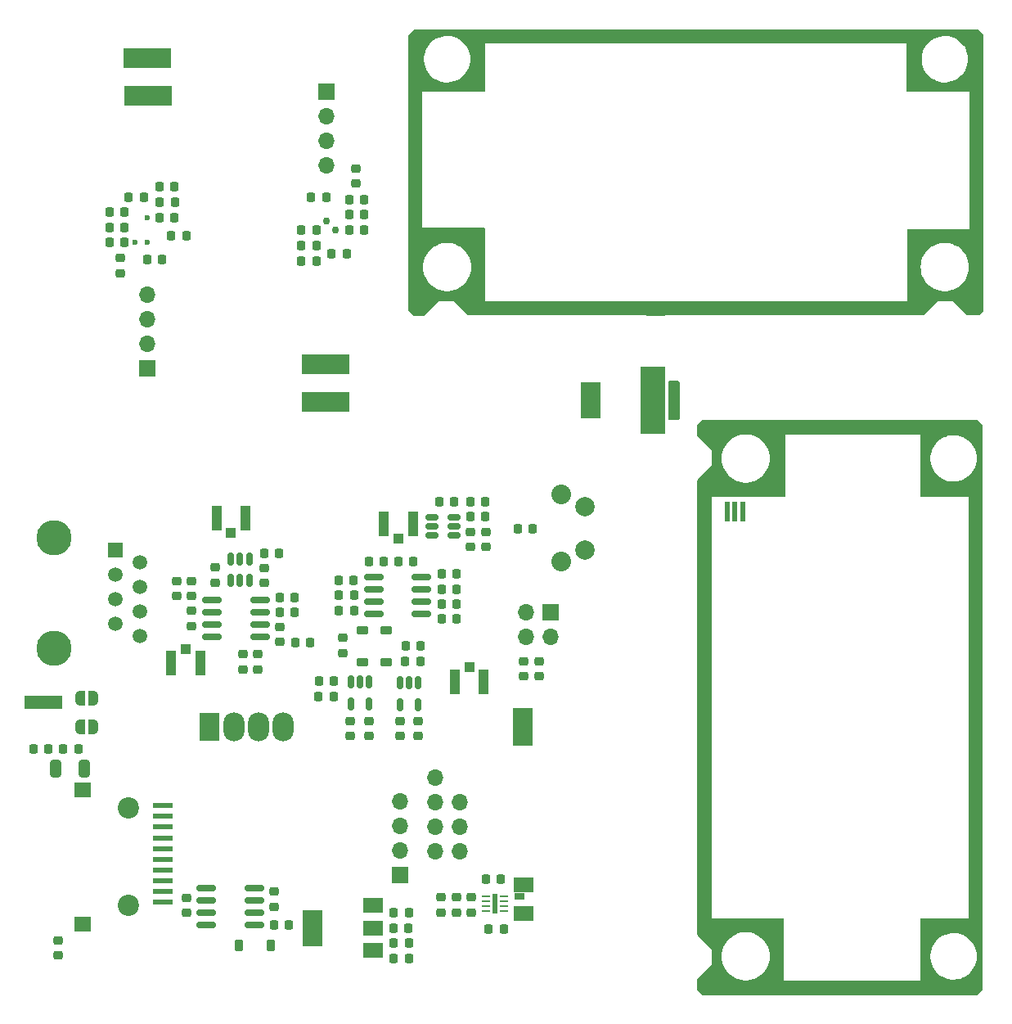
<source format=gbr>
G04 #@! TF.GenerationSoftware,KiCad,Pcbnew,7.0.1-0*
G04 #@! TF.CreationDate,2023-06-29T07:12:14-04:00*
G04 #@! TF.ProjectId,CosmicWatch,436f736d-6963-4576-9174-63682e6b6963,rev?*
G04 #@! TF.SameCoordinates,Original*
G04 #@! TF.FileFunction,Soldermask,Bot*
G04 #@! TF.FilePolarity,Negative*
%FSLAX46Y46*%
G04 Gerber Fmt 4.6, Leading zero omitted, Abs format (unit mm)*
G04 Created by KiCad (PCBNEW 7.0.1-0) date 2023-06-29 07:12:14*
%MOMM*%
%LPD*%
G01*
G04 APERTURE LIST*
G04 Aperture macros list*
%AMRoundRect*
0 Rectangle with rounded corners*
0 $1 Rounding radius*
0 $2 $3 $4 $5 $6 $7 $8 $9 X,Y pos of 4 corners*
0 Add a 4 corners polygon primitive as box body*
4,1,4,$2,$3,$4,$5,$6,$7,$8,$9,$2,$3,0*
0 Add four circle primitives for the rounded corners*
1,1,$1+$1,$2,$3*
1,1,$1+$1,$4,$5*
1,1,$1+$1,$6,$7*
1,1,$1+$1,$8,$9*
0 Add four rect primitives between the rounded corners*
20,1,$1+$1,$2,$3,$4,$5,0*
20,1,$1+$1,$4,$5,$6,$7,0*
20,1,$1+$1,$6,$7,$8,$9,0*
20,1,$1+$1,$8,$9,$2,$3,0*%
%AMFreePoly0*
4,1,19,0.500000,-0.750000,0.000000,-0.750000,0.000000,-0.744911,-0.071157,-0.744911,-0.207708,-0.704816,-0.327430,-0.627875,-0.420627,-0.520320,-0.479746,-0.390866,-0.500000,-0.250000,-0.500000,0.250000,-0.479746,0.390866,-0.420627,0.520320,-0.327430,0.627875,-0.207708,0.704816,-0.071157,0.744911,0.000000,0.744911,0.000000,0.750000,0.500000,0.750000,0.500000,-0.750000,0.500000,-0.750000,
$1*%
%AMFreePoly1*
4,1,19,0.000000,0.744911,0.071157,0.744911,0.207708,0.704816,0.327430,0.627875,0.420627,0.520320,0.479746,0.390866,0.500000,0.250000,0.500000,-0.250000,0.479746,-0.390866,0.420627,-0.520320,0.327430,-0.627875,0.207708,-0.704816,0.071157,-0.744911,0.000000,-0.744911,0.000000,-0.750000,-0.500000,-0.750000,-0.500000,0.750000,0.000000,0.750000,0.000000,0.744911,0.000000,0.744911,
$1*%
G04 Aperture macros list end*
%ADD10R,4.000000X1.400000*%
%ADD11R,2.000000X4.000000*%
%ADD12R,1.700000X1.700000*%
%ADD13O,1.700000X1.700000*%
%ADD14C,2.032000*%
%ADD15C,2.000000*%
%ADD16R,2.000000X3.000000*%
%ADD17O,2.200000X3.000000*%
%ADD18R,5.000000X2.000000*%
%ADD19C,0.750000*%
%ADD20R,2.000000X3.800000*%
%ADD21R,2.500000X7.000000*%
%ADD22C,0.600000*%
%ADD23C,3.650000*%
%ADD24R,1.500000X1.500000*%
%ADD25C,1.500000*%
%ADD26RoundRect,0.225000X0.225000X0.250000X-0.225000X0.250000X-0.225000X-0.250000X0.225000X-0.250000X0*%
%ADD27R,0.500000X2.000000*%
%ADD28RoundRect,0.225000X-0.225000X-0.250000X0.225000X-0.250000X0.225000X0.250000X-0.225000X0.250000X0*%
%ADD29RoundRect,0.225000X0.250000X-0.225000X0.250000X0.225000X-0.250000X0.225000X-0.250000X-0.225000X0*%
%ADD30R,2.000000X0.500000*%
%ADD31R,1.800000X1.500000*%
%ADD32C,2.200000*%
%ADD33RoundRect,0.250000X-0.325000X-0.650000X0.325000X-0.650000X0.325000X0.650000X-0.325000X0.650000X0*%
%ADD34RoundRect,0.150000X0.150000X-0.512500X0.150000X0.512500X-0.150000X0.512500X-0.150000X-0.512500X0*%
%ADD35RoundRect,0.225000X-0.250000X0.225000X-0.250000X-0.225000X0.250000X-0.225000X0.250000X0.225000X0*%
%ADD36RoundRect,0.150000X-0.825000X-0.150000X0.825000X-0.150000X0.825000X0.150000X-0.825000X0.150000X0*%
%ADD37RoundRect,0.150000X-0.150000X0.512500X-0.150000X-0.512500X0.150000X-0.512500X0.150000X0.512500X0*%
%ADD38R,2.000000X1.500000*%
%ADD39R,1.000000X0.800000*%
%ADD40FreePoly0,0.000000*%
%ADD41FreePoly1,0.000000*%
%ADD42RoundRect,0.150000X-0.512500X-0.150000X0.512500X-0.150000X0.512500X0.150000X-0.512500X0.150000X0*%
%ADD43R,1.000000X1.000000*%
%ADD44R,1.000000X2.500000*%
%ADD45RoundRect,0.225000X-0.375000X0.225000X-0.375000X-0.225000X0.375000X-0.225000X0.375000X0.225000X0*%
%ADD46RoundRect,0.150000X0.825000X0.150000X-0.825000X0.150000X-0.825000X-0.150000X0.825000X-0.150000X0*%
%ADD47RoundRect,0.225000X0.375000X-0.225000X0.375000X0.225000X-0.375000X0.225000X-0.375000X-0.225000X0*%
%ADD48RoundRect,0.062500X0.375000X0.062500X-0.375000X0.062500X-0.375000X-0.062500X0.375000X-0.062500X0*%
%ADD49R,0.560000X2.150000*%
%ADD50RoundRect,0.225000X0.225000X0.375000X-0.225000X0.375000X-0.225000X-0.375000X0.225000X-0.375000X0*%
G04 APERTURE END LIST*
D10*
X142600000Y-99560000D03*
D11*
X192230000Y-102110000D03*
D12*
X195105000Y-90235000D03*
D13*
X195105000Y-92775000D03*
X192565000Y-90235000D03*
X192565000Y-92775000D03*
D14*
X196162500Y-85060000D03*
D15*
X198662500Y-83810000D03*
D14*
X196162500Y-78060000D03*
D15*
X198662500Y-79310000D03*
D16*
X159810000Y-102110000D03*
D17*
X162350000Y-102110000D03*
X164890000Y-102110000D03*
X167430000Y-102110000D03*
D12*
X153355023Y-65008630D03*
D13*
X153355023Y-62468630D03*
X153355023Y-59928630D03*
X153355023Y-57388630D03*
D18*
X153405000Y-36835000D03*
D12*
X179505000Y-117480000D03*
D13*
X179505000Y-114940000D03*
X179505000Y-112400000D03*
X179505000Y-109860000D03*
D18*
X153355000Y-32935000D03*
X171830000Y-68535000D03*
X171830000Y-64585000D03*
D12*
X171855023Y-36408630D03*
D13*
X171855023Y-38948630D03*
X171855023Y-41488630D03*
X171855023Y-44028630D03*
D19*
X171855023Y-49758630D03*
X172855023Y-50758630D03*
X170855023Y-50758630D03*
D20*
X199255000Y-68335000D03*
D21*
X205630000Y-68335000D03*
D22*
X152110000Y-52000000D03*
X153370000Y-52000000D03*
X153370000Y-49480000D03*
X154630000Y-49480000D03*
D23*
X143710000Y-82580000D03*
X143710000Y-94010000D03*
D24*
X150060000Y-83850000D03*
D25*
X152600000Y-85120000D03*
X150060000Y-86390000D03*
X152600000Y-87660000D03*
X150060000Y-88930000D03*
X152600000Y-90200000D03*
X150060000Y-91470000D03*
X152600000Y-92740000D03*
D26*
X143140000Y-104390000D03*
X141590000Y-104390000D03*
D27*
X213370000Y-79870000D03*
X214170000Y-79870000D03*
X214970000Y-79870000D03*
D28*
X191680000Y-81610000D03*
X193230000Y-81610000D03*
D29*
X167070000Y-93350000D03*
X167070000Y-91800000D03*
X144080000Y-125735000D03*
X144080000Y-124185000D03*
D28*
X168630000Y-93410000D03*
X170180000Y-93410000D03*
D30*
X154920000Y-112486700D03*
X154920000Y-113597800D03*
X154920000Y-114708900D03*
X154920000Y-115820000D03*
X154920000Y-116931100D03*
X154920000Y-118042200D03*
D31*
X146695000Y-108639500D03*
X146645000Y-122539500D03*
D30*
X154920000Y-119153300D03*
X154920000Y-120264400D03*
X154920000Y-110264500D03*
X154920000Y-111375600D03*
D32*
X151420000Y-120614500D03*
X151420000Y-110464500D03*
D33*
X143870000Y-106420000D03*
X146820000Y-106420000D03*
D13*
X183140000Y-107330000D03*
X185680000Y-109870000D03*
X183140000Y-109870000D03*
X185680000Y-112410000D03*
X183140000Y-112410000D03*
X185680000Y-114950000D03*
X183140000Y-114950000D03*
D28*
X173165000Y-86930000D03*
X174715000Y-86930000D03*
D34*
X163900000Y-87000000D03*
X162950000Y-87000000D03*
X162000000Y-87000000D03*
X162000000Y-84725000D03*
X162950000Y-84725000D03*
X163900000Y-84725000D03*
D28*
X165455000Y-84160000D03*
X167005000Y-84160000D03*
D35*
X160410000Y-85650000D03*
X160410000Y-87200000D03*
D26*
X174725000Y-90070000D03*
X173175000Y-90070000D03*
X174725000Y-88490000D03*
X173175000Y-88490000D03*
D29*
X164780000Y-96160000D03*
X164780000Y-94610000D03*
D36*
X176795000Y-90405000D03*
X176795000Y-89135000D03*
X176795000Y-87865000D03*
X176795000Y-86595000D03*
X181745000Y-86595000D03*
X181745000Y-87865000D03*
X181745000Y-89135000D03*
X181745000Y-90405000D03*
D28*
X167050000Y-88730000D03*
X168600000Y-88730000D03*
X167045000Y-90270000D03*
X168595000Y-90270000D03*
D29*
X165480000Y-87215000D03*
X165480000Y-85665000D03*
X157955000Y-88610000D03*
X157955000Y-87060000D03*
D28*
X171105000Y-97360000D03*
X172655000Y-97360000D03*
D29*
X174380000Y-103070000D03*
X174380000Y-101520000D03*
D37*
X174400000Y-97502500D03*
X175350000Y-97502500D03*
X176300000Y-97502500D03*
X176300000Y-99777500D03*
X174400000Y-99777500D03*
D28*
X154630023Y-49458630D03*
X156180023Y-49458630D03*
X154655023Y-47858630D03*
X156205023Y-47858630D03*
X154630023Y-46258630D03*
X156180023Y-46258630D03*
D26*
X189960000Y-117840000D03*
X188410000Y-117840000D03*
D28*
X178850000Y-121310000D03*
X180400000Y-121310000D03*
D35*
X183750000Y-119770000D03*
X183750000Y-121320000D03*
D29*
X186870000Y-119755000D03*
X186870000Y-121305000D03*
D26*
X157380023Y-51358630D03*
X155830023Y-51358630D03*
D38*
X192280000Y-121390000D03*
D39*
X191830000Y-119690000D03*
D38*
X192280000Y-118440000D03*
D29*
X156405000Y-88610000D03*
X156405000Y-87060000D03*
D40*
X146430000Y-102110000D03*
D41*
X147730000Y-102110000D03*
D28*
X153355023Y-53808630D03*
X154905023Y-53808630D03*
D26*
X150980023Y-52008630D03*
X149430023Y-52008630D03*
X150980023Y-48908630D03*
X149430023Y-48908630D03*
X150980023Y-50458630D03*
X149430023Y-50458630D03*
D28*
X174230023Y-50758630D03*
X175780023Y-50758630D03*
X174230023Y-49158630D03*
X175780023Y-49158630D03*
X174230023Y-47558630D03*
X175780023Y-47558630D03*
D26*
X170855023Y-50758630D03*
X169305023Y-50758630D03*
X170855023Y-52358630D03*
X169305023Y-52358630D03*
X170855023Y-53958630D03*
X169305023Y-53958630D03*
X171855023Y-47358630D03*
X170305023Y-47358630D03*
D29*
X188380000Y-83485000D03*
X188380000Y-81935000D03*
X186805000Y-83485000D03*
X186805000Y-81935000D03*
D26*
X188330000Y-78810000D03*
X186780000Y-78810000D03*
D28*
X186780000Y-80360000D03*
X188330000Y-80360000D03*
D42*
X182817500Y-82310000D03*
X182817500Y-81360000D03*
X182817500Y-80410000D03*
X185092500Y-80410000D03*
X185092500Y-81360000D03*
X185092500Y-82310000D03*
D35*
X157955000Y-90135000D03*
X157955000Y-91685000D03*
D26*
X152980023Y-47358630D03*
X151430023Y-47358630D03*
D43*
X162005000Y-82060000D03*
D44*
X160505000Y-80560000D03*
X163505000Y-80560000D03*
D26*
X185355000Y-86310000D03*
X183805000Y-86310000D03*
D43*
X186680000Y-95960000D03*
D44*
X188180000Y-97460000D03*
X185180000Y-97460000D03*
D45*
X175655000Y-92110000D03*
X175655000Y-95410000D03*
D37*
X179480000Y-97547500D03*
X180430000Y-97547500D03*
X181380000Y-97547500D03*
X181380000Y-99822500D03*
X179480000Y-99822500D03*
D26*
X181630000Y-93760000D03*
X180080000Y-93760000D03*
D28*
X144645000Y-104390000D03*
X146195000Y-104390000D03*
D35*
X185310000Y-119760000D03*
X185310000Y-121310000D03*
D38*
X176755000Y-120610000D03*
X176755000Y-122910000D03*
D20*
X170455000Y-122910000D03*
D38*
X176755000Y-125210000D03*
D46*
X165025000Y-89035000D03*
X165025000Y-90305000D03*
X165025000Y-91575000D03*
X165025000Y-92845000D03*
X160075000Y-92845000D03*
X160075000Y-91575000D03*
X160075000Y-90305000D03*
X160075000Y-89035000D03*
D40*
X146420000Y-99160000D03*
D41*
X147720000Y-99160000D03*
D35*
X174955023Y-44383630D03*
X174955023Y-45933630D03*
D28*
X183810000Y-89450000D03*
X185360000Y-89450000D03*
D29*
X192280000Y-96910000D03*
X192280000Y-95360000D03*
D35*
X173580000Y-92935000D03*
X173580000Y-94485000D03*
X193880000Y-95360000D03*
X193880000Y-96910000D03*
D29*
X163230000Y-96160000D03*
X163230000Y-94610000D03*
D47*
X178080000Y-95410000D03*
X178080000Y-92110000D03*
D35*
X157380000Y-119785000D03*
X157380000Y-121335000D03*
D28*
X180055000Y-95360000D03*
X181605000Y-95360000D03*
D26*
X185380000Y-87860000D03*
X183830000Y-87860000D03*
X172630000Y-98960000D03*
X171080000Y-98960000D03*
X180405000Y-124510000D03*
X178855000Y-124510000D03*
D36*
X159465000Y-122605000D03*
X159465000Y-121335000D03*
X159465000Y-120065000D03*
X159465000Y-118795000D03*
X164415000Y-118795000D03*
X164415000Y-120065000D03*
X164415000Y-121335000D03*
X164415000Y-122605000D03*
D43*
X179355000Y-82610000D03*
D44*
X177855000Y-81110000D03*
X180855000Y-81110000D03*
D28*
X172430023Y-53208630D03*
X173980023Y-53208630D03*
D26*
X180870000Y-84990000D03*
X179320000Y-84990000D03*
D28*
X183810000Y-90980000D03*
X185360000Y-90980000D03*
X176265000Y-84980000D03*
X177815000Y-84980000D03*
D48*
X190260000Y-119680000D03*
X190260000Y-120180000D03*
X190260000Y-120680000D03*
X190260000Y-121180000D03*
X188385000Y-121180000D03*
X188385000Y-120680000D03*
X188385000Y-120180000D03*
X188385000Y-119680000D03*
D49*
X189322500Y-120430000D03*
D50*
X166105000Y-124710000D03*
X162805000Y-124710000D03*
D26*
X180405000Y-126060000D03*
X178855000Y-126060000D03*
D28*
X178830000Y-122910000D03*
X180380000Y-122910000D03*
D29*
X150555023Y-55183630D03*
X150555023Y-53633630D03*
D26*
X185080000Y-78860000D03*
X183530000Y-78860000D03*
D29*
X179480000Y-103085000D03*
X179480000Y-101535000D03*
D26*
X190240000Y-123060000D03*
X188690000Y-123060000D03*
D29*
X166510000Y-120715000D03*
X166510000Y-119165000D03*
D43*
X157330000Y-94060000D03*
D44*
X158830000Y-95560000D03*
X155830000Y-95560000D03*
D29*
X176300000Y-103065000D03*
X176300000Y-101515000D03*
X181405000Y-103085000D03*
X181405000Y-101535000D03*
D28*
X166430000Y-122610000D03*
X167980000Y-122610000D03*
G36*
X239817000Y-50372881D02*
G01*
X239863119Y-50419000D01*
X239880000Y-50482000D01*
X239880000Y-59007810D01*
X239870409Y-59056028D01*
X239843095Y-59096905D01*
X239416905Y-59523095D01*
X239376028Y-59550409D01*
X239327810Y-59560000D01*
X238232190Y-59560000D01*
X238183972Y-59550409D01*
X238143095Y-59523095D01*
X236680001Y-58060000D01*
X235179998Y-58060000D01*
X233716905Y-59523095D01*
X233676028Y-59550409D01*
X233627810Y-59560000D01*
X231852000Y-59560000D01*
X231789000Y-59543119D01*
X231742881Y-59497000D01*
X231726000Y-59434000D01*
X231726000Y-58236000D01*
X231742881Y-58173000D01*
X231789000Y-58126881D01*
X231852000Y-58110000D01*
X231980000Y-58110000D01*
X231980000Y-54560000D01*
X233379999Y-54560000D01*
X233399712Y-54873331D01*
X233458541Y-55181722D01*
X233555560Y-55480313D01*
X233689233Y-55764384D01*
X233857455Y-56029460D01*
X234057577Y-56271367D01*
X234286440Y-56486283D01*
X234540430Y-56670818D01*
X234815555Y-56822069D01*
X235107460Y-56937642D01*
X235411546Y-57015718D01*
X235723021Y-57055067D01*
X236036979Y-57055067D01*
X236348453Y-57015718D01*
X236652539Y-56937642D01*
X236944444Y-56822069D01*
X237219569Y-56670818D01*
X237473559Y-56486283D01*
X237702422Y-56271367D01*
X237902544Y-56029460D01*
X238070766Y-55764384D01*
X238204439Y-55480313D01*
X238301458Y-55181722D01*
X238360287Y-54873331D01*
X238380000Y-54560000D01*
X238360287Y-54246668D01*
X238301458Y-53938277D01*
X238204439Y-53639686D01*
X238070766Y-53355615D01*
X237902544Y-53090539D01*
X237702422Y-52848632D01*
X237473559Y-52633716D01*
X237219569Y-52449181D01*
X236944444Y-52297930D01*
X236652539Y-52182357D01*
X236348453Y-52104281D01*
X236036979Y-52064933D01*
X235723021Y-52064933D01*
X235411546Y-52104281D01*
X235107460Y-52182357D01*
X234815555Y-52297930D01*
X234540430Y-52449181D01*
X234286440Y-52633716D01*
X234057577Y-52848632D01*
X233857455Y-53090539D01*
X233689233Y-53355615D01*
X233555560Y-53639686D01*
X233458541Y-53938277D01*
X233399712Y-54246668D01*
X233379999Y-54560000D01*
X231980000Y-54560000D01*
X231980000Y-50736000D01*
X231996881Y-50673000D01*
X232043000Y-50626881D01*
X232106000Y-50610000D01*
X238430000Y-50610000D01*
X238430000Y-50482000D01*
X238446881Y-50419000D01*
X238493000Y-50372881D01*
X238556000Y-50356000D01*
X239754000Y-50356000D01*
X239817000Y-50372881D01*
G37*
G36*
X211921000Y-70376881D02*
G01*
X211967119Y-70423000D01*
X211984000Y-70486000D01*
X211984000Y-73459809D01*
X211970267Y-73517012D01*
X211932061Y-73561745D01*
X211877711Y-73584258D01*
X211819064Y-73579642D01*
X211768905Y-73548904D01*
X210316905Y-72096905D01*
X210289591Y-72056028D01*
X210280000Y-72007810D01*
X210280000Y-70912190D01*
X210289591Y-70863972D01*
X210316905Y-70823095D01*
X210743095Y-70396905D01*
X210783972Y-70369591D01*
X210832190Y-70360000D01*
X211858000Y-70360000D01*
X211921000Y-70376881D01*
G37*
G36*
X211932061Y-75058255D02*
G01*
X211970267Y-75102988D01*
X211984000Y-75160191D01*
X211984000Y-78234000D01*
X211967119Y-78297000D01*
X211921000Y-78343119D01*
X211858000Y-78360000D01*
X211730000Y-78360000D01*
X211730000Y-121910000D01*
X211858000Y-121910000D01*
X211921000Y-121926881D01*
X211967119Y-121973000D01*
X211984000Y-122036000D01*
X211984000Y-125059809D01*
X211970267Y-125117012D01*
X211932061Y-125161745D01*
X211877711Y-125184258D01*
X211819064Y-125179642D01*
X211768905Y-125148904D01*
X210316905Y-123696905D01*
X210289591Y-123656028D01*
X210280000Y-123607810D01*
X210280000Y-123309999D01*
X210266905Y-123296904D01*
X210239591Y-123256027D01*
X210230000Y-123207809D01*
X210230000Y-119412169D01*
X210239612Y-119363901D01*
X210266980Y-119322998D01*
X210280000Y-119310000D01*
X210280000Y-83559999D01*
X210266905Y-83546904D01*
X210239591Y-83506027D01*
X210230000Y-83457809D01*
X210230000Y-80212191D01*
X210239591Y-80163973D01*
X210266905Y-80123096D01*
X210280000Y-80110001D01*
X210280000Y-76612190D01*
X210289591Y-76563972D01*
X210316905Y-76523095D01*
X211768905Y-75071096D01*
X211819064Y-75040358D01*
X211877711Y-75035742D01*
X211932061Y-75058255D01*
G37*
G36*
X211932061Y-126658255D02*
G01*
X211970267Y-126702988D01*
X211984000Y-126760191D01*
X211984000Y-129734000D01*
X211967119Y-129797000D01*
X211921000Y-129843119D01*
X211858000Y-129860000D01*
X210832190Y-129860000D01*
X210783972Y-129850409D01*
X210743095Y-129823095D01*
X210316905Y-129396905D01*
X210289591Y-129356028D01*
X210280000Y-129307810D01*
X210280000Y-128212190D01*
X210289591Y-128163972D01*
X210316905Y-128123095D01*
X211768905Y-126671096D01*
X211819064Y-126640358D01*
X211877711Y-126635742D01*
X211932061Y-126658255D01*
G37*
G36*
X239817000Y-57872881D02*
G01*
X239863119Y-57919000D01*
X239880000Y-57982000D01*
X239880000Y-59007810D01*
X239870409Y-59056028D01*
X239843095Y-59096905D01*
X239416905Y-59523095D01*
X239376028Y-59550409D01*
X239327810Y-59560000D01*
X238232190Y-59560000D01*
X238183972Y-59550409D01*
X238143095Y-59523095D01*
X236691096Y-58071095D01*
X236660358Y-58020936D01*
X236655742Y-57962289D01*
X236678255Y-57907939D01*
X236722988Y-57869733D01*
X236780191Y-57856000D01*
X239754000Y-57856000D01*
X239817000Y-57872881D01*
G37*
G36*
X183537012Y-57869733D02*
G01*
X183581745Y-57907939D01*
X183604258Y-57962289D01*
X183599642Y-58020936D01*
X183568904Y-58071095D01*
X182066904Y-59573095D01*
X182026027Y-59600409D01*
X181977809Y-59610000D01*
X180982191Y-59610000D01*
X180933973Y-59600409D01*
X180893096Y-59573096D01*
X180416905Y-59096906D01*
X180389591Y-59056028D01*
X180380000Y-59007810D01*
X180380000Y-57982000D01*
X180396881Y-57919000D01*
X180443000Y-57872881D01*
X180506000Y-57856000D01*
X183479809Y-57856000D01*
X183537012Y-57869733D01*
G37*
G36*
X188267000Y-57872881D02*
G01*
X188313119Y-57919000D01*
X188330000Y-57982000D01*
X188330000Y-58110000D01*
X231980000Y-58110000D01*
X231980000Y-57982000D01*
X231996881Y-57919000D01*
X232043000Y-57872881D01*
X232106000Y-57856000D01*
X235079809Y-57856000D01*
X235137012Y-57869733D01*
X235181745Y-57907939D01*
X235204258Y-57962289D01*
X235199642Y-58020936D01*
X235168904Y-58071095D01*
X233716905Y-59523095D01*
X233676028Y-59550409D01*
X233627810Y-59560000D01*
X206954999Y-59560000D01*
X206941904Y-59573095D01*
X206901027Y-59600409D01*
X206852809Y-59610000D01*
X205057191Y-59610000D01*
X205008973Y-59600409D01*
X204968096Y-59573095D01*
X204955001Y-59560000D01*
X186632190Y-59560000D01*
X186583972Y-59550409D01*
X186543095Y-59523095D01*
X185091096Y-58071095D01*
X185060358Y-58020936D01*
X185055742Y-57962289D01*
X185078255Y-57907939D01*
X185122988Y-57869733D01*
X185180191Y-57856000D01*
X188204000Y-57856000D01*
X188267000Y-57872881D01*
G37*
G36*
X239276028Y-29969591D02*
G01*
X239316905Y-29996905D01*
X239843095Y-30523095D01*
X239870409Y-30563972D01*
X239880000Y-30612190D01*
X239880000Y-31538000D01*
X239863119Y-31601000D01*
X239817000Y-31647119D01*
X239754000Y-31664000D01*
X237895199Y-31664000D01*
X237842356Y-31652384D01*
X237799257Y-31619677D01*
X237604037Y-31390362D01*
X237376375Y-31183602D01*
X237124146Y-31007659D01*
X236851476Y-30865408D01*
X236562865Y-30759196D01*
X236263042Y-30690764D01*
X235956920Y-30661232D01*
X235649548Y-30671089D01*
X235345949Y-30720173D01*
X235051124Y-30807676D01*
X234769909Y-30932162D01*
X234506920Y-31091587D01*
X234266476Y-31283335D01*
X234052529Y-31504252D01*
X233971099Y-31613362D01*
X233926603Y-31650631D01*
X233870121Y-31664000D01*
X232056000Y-31664000D01*
X231993000Y-31647119D01*
X231946881Y-31601000D01*
X231930000Y-31538000D01*
X231930000Y-31410000D01*
X188330000Y-31410000D01*
X188330000Y-31538000D01*
X188313119Y-31601000D01*
X188267000Y-31647119D01*
X188204000Y-31664000D01*
X186395199Y-31664000D01*
X186342356Y-31652384D01*
X186299257Y-31619677D01*
X186104037Y-31390362D01*
X185876375Y-31183602D01*
X185624146Y-31007659D01*
X185351476Y-30865408D01*
X185062865Y-30759196D01*
X184763042Y-30690764D01*
X184456920Y-30661232D01*
X184149548Y-30671089D01*
X183845949Y-30720173D01*
X183551124Y-30807676D01*
X183269909Y-30932162D01*
X183006920Y-31091587D01*
X182766476Y-31283335D01*
X182552529Y-31504252D01*
X182471099Y-31613362D01*
X182426603Y-31650631D01*
X182370121Y-31664000D01*
X180506000Y-31664000D01*
X180443000Y-31647119D01*
X180396881Y-31601000D01*
X180380000Y-31538000D01*
X180380000Y-30612190D01*
X180389591Y-30563972D01*
X180416905Y-30523095D01*
X180943095Y-29996905D01*
X180983972Y-29969591D01*
X181032190Y-29960000D01*
X239227810Y-29960000D01*
X239276028Y-29969591D01*
G37*
G36*
X239276028Y-29969591D02*
G01*
X239316905Y-29996905D01*
X239843095Y-30523095D01*
X239870409Y-30563972D01*
X239880000Y-30612190D01*
X239880000Y-59007810D01*
X239870409Y-59056028D01*
X239843095Y-59096905D01*
X239416905Y-59523095D01*
X239376028Y-59550409D01*
X239327810Y-59560000D01*
X238302000Y-59560000D01*
X238239000Y-59543119D01*
X238192881Y-59497000D01*
X238176000Y-59434000D01*
X238176000Y-55568915D01*
X238187992Y-55515267D01*
X238204439Y-55480314D01*
X238301458Y-55181722D01*
X238360287Y-54873331D01*
X238380000Y-54560000D01*
X238360287Y-54246668D01*
X238301458Y-53938277D01*
X238204439Y-53639685D01*
X238187992Y-53604733D01*
X238176000Y-53551085D01*
X238176000Y-50736000D01*
X238192881Y-50673000D01*
X238239000Y-50626881D01*
X238302000Y-50610000D01*
X238430000Y-50610000D01*
X238430000Y-36410000D01*
X238302000Y-36410000D01*
X238239000Y-36393119D01*
X238192881Y-36347000D01*
X238176000Y-36284000D01*
X238176000Y-33765968D01*
X238182419Y-33726265D01*
X238201508Y-33668769D01*
X238260296Y-33366908D01*
X238279999Y-33059999D01*
X238260296Y-32753091D01*
X238201508Y-32451230D01*
X238182419Y-32393735D01*
X238176000Y-32354032D01*
X238176000Y-30086000D01*
X238192881Y-30023000D01*
X238239000Y-29976881D01*
X238302000Y-29960000D01*
X239227810Y-29960000D01*
X239276028Y-29969591D01*
G37*
G36*
X188521000Y-29976881D02*
G01*
X188567119Y-30023000D01*
X188584000Y-30086000D01*
X188584000Y-31284000D01*
X188567119Y-31347000D01*
X188521000Y-31393119D01*
X188458000Y-31410000D01*
X188330000Y-31410000D01*
X188330000Y-36334000D01*
X188313119Y-36397000D01*
X188267000Y-36443119D01*
X188204000Y-36460000D01*
X181830000Y-36460000D01*
X181830000Y-36588000D01*
X181813119Y-36651000D01*
X181767000Y-36697119D01*
X181704000Y-36714000D01*
X180506000Y-36714000D01*
X180443000Y-36697119D01*
X180396881Y-36651000D01*
X180380000Y-36588000D01*
X180380000Y-33213764D01*
X181984931Y-33213764D01*
X182024259Y-33518785D01*
X182102265Y-33816255D01*
X182217676Y-34101323D01*
X182368590Y-34369285D01*
X182552529Y-34615747D01*
X182766476Y-34836664D01*
X183006920Y-35028412D01*
X183269909Y-35187837D01*
X183551124Y-35312323D01*
X183845949Y-35399826D01*
X184149548Y-35448910D01*
X184456920Y-35458767D01*
X184763042Y-35429235D01*
X185062865Y-35360803D01*
X185351476Y-35254591D01*
X185624146Y-35112340D01*
X185876375Y-34936397D01*
X186104037Y-34729637D01*
X186303394Y-34495462D01*
X186471164Y-34237722D01*
X186604599Y-33960643D01*
X186701509Y-33668766D01*
X186760296Y-33366908D01*
X186779999Y-33059999D01*
X186760296Y-32753091D01*
X186701509Y-32451233D01*
X186604599Y-32159356D01*
X186471164Y-31882277D01*
X186303394Y-31624537D01*
X186104037Y-31390362D01*
X185876375Y-31183602D01*
X185624146Y-31007659D01*
X185351476Y-30865408D01*
X185062865Y-30759196D01*
X184763042Y-30690764D01*
X184456920Y-30661232D01*
X184149548Y-30671089D01*
X183845949Y-30720173D01*
X183551124Y-30807676D01*
X183269909Y-30932162D01*
X183006920Y-31091587D01*
X182766476Y-31283335D01*
X182552529Y-31504252D01*
X182368590Y-31750714D01*
X182217676Y-32018676D01*
X182102265Y-32303744D01*
X182024259Y-32601214D01*
X181984931Y-32906236D01*
X181984931Y-33213764D01*
X180380000Y-33213764D01*
X180380000Y-30612190D01*
X180389591Y-30563972D01*
X180416905Y-30523095D01*
X180943095Y-29996905D01*
X180983972Y-29969591D01*
X181032190Y-29960000D01*
X188458000Y-29960000D01*
X188521000Y-29976881D01*
G37*
G36*
X182021000Y-29976881D02*
G01*
X182067119Y-30023000D01*
X182084000Y-30086000D01*
X182084000Y-32357151D01*
X182079879Y-32389111D01*
X182024259Y-32601212D01*
X181984931Y-32906236D01*
X181984931Y-33213764D01*
X182024259Y-33518787D01*
X182079879Y-33730889D01*
X182084000Y-33762849D01*
X182084000Y-36334000D01*
X182067119Y-36397000D01*
X182021000Y-36443119D01*
X181958000Y-36460000D01*
X181830000Y-36460000D01*
X181830000Y-50460000D01*
X181958000Y-50460000D01*
X182021000Y-50476881D01*
X182067119Y-50523000D01*
X182084000Y-50586000D01*
X182084000Y-53551085D01*
X182072008Y-53604733D01*
X182055560Y-53639685D01*
X181958541Y-53938277D01*
X181899712Y-54246668D01*
X181879999Y-54560000D01*
X181899712Y-54873331D01*
X181958541Y-55181722D01*
X182055560Y-55480314D01*
X182072008Y-55515267D01*
X182084000Y-55568915D01*
X182084000Y-59484000D01*
X182067119Y-59547000D01*
X182021000Y-59593119D01*
X181958000Y-59610000D01*
X180982191Y-59610000D01*
X180933973Y-59600409D01*
X180893096Y-59573096D01*
X180416905Y-59096906D01*
X180389591Y-59056028D01*
X180380000Y-59007810D01*
X180380000Y-30612190D01*
X180389591Y-30563972D01*
X180416905Y-30523095D01*
X180943095Y-29996905D01*
X180983972Y-29969591D01*
X181032190Y-29960000D01*
X181958000Y-29960000D01*
X182021000Y-29976881D01*
G37*
G36*
X239276028Y-70369591D02*
G01*
X239316905Y-70396905D01*
X239793095Y-70873095D01*
X239820409Y-70913972D01*
X239830000Y-70962190D01*
X239830000Y-129257810D01*
X239820409Y-129306028D01*
X239793095Y-129346905D01*
X239316905Y-129823095D01*
X239276028Y-129850409D01*
X239227810Y-129860000D01*
X238202000Y-129860000D01*
X238139000Y-129843119D01*
X238092881Y-129797000D01*
X238076000Y-129734000D01*
X238076000Y-127941903D01*
X238090289Y-127883623D01*
X238129914Y-127838561D01*
X238276375Y-127736397D01*
X238504037Y-127529637D01*
X238703394Y-127295462D01*
X238871164Y-127037722D01*
X239004599Y-126760643D01*
X239101509Y-126468766D01*
X239160296Y-126166908D01*
X239179999Y-125860000D01*
X239160296Y-125553091D01*
X239101509Y-125251233D01*
X239004599Y-124959356D01*
X238871164Y-124682277D01*
X238703394Y-124424537D01*
X238504037Y-124190362D01*
X238276375Y-123983602D01*
X238129914Y-123881439D01*
X238090289Y-123836377D01*
X238076000Y-123778097D01*
X238076000Y-122036000D01*
X238092881Y-121973000D01*
X238139000Y-121926881D01*
X238202000Y-121910000D01*
X238330000Y-121910000D01*
X238330000Y-78360000D01*
X238202000Y-78360000D01*
X238139000Y-78343119D01*
X238092881Y-78297000D01*
X238076000Y-78234000D01*
X238076000Y-76441903D01*
X238090289Y-76383623D01*
X238129914Y-76338561D01*
X238276375Y-76236397D01*
X238504037Y-76029637D01*
X238703394Y-75795462D01*
X238871164Y-75537722D01*
X239004599Y-75260643D01*
X239101509Y-74968766D01*
X239160296Y-74666908D01*
X239179999Y-74360000D01*
X239160296Y-74053091D01*
X239101509Y-73751233D01*
X239004599Y-73459356D01*
X238871164Y-73182277D01*
X238703394Y-72924537D01*
X238504037Y-72690362D01*
X238276375Y-72483602D01*
X238129914Y-72381439D01*
X238090289Y-72336377D01*
X238076000Y-72278097D01*
X238076000Y-70486000D01*
X238092881Y-70423000D01*
X238139000Y-70376881D01*
X238202000Y-70360000D01*
X239227810Y-70360000D01*
X239276028Y-70369591D01*
G37*
G36*
X181767000Y-50222881D02*
G01*
X181813119Y-50269000D01*
X181830000Y-50332000D01*
X181830000Y-50460000D01*
X188204000Y-50460000D01*
X188267000Y-50476881D01*
X188313119Y-50523000D01*
X188330000Y-50586000D01*
X188330000Y-58110000D01*
X188458000Y-58110000D01*
X188521000Y-58126881D01*
X188567119Y-58173000D01*
X188584000Y-58236000D01*
X188584000Y-59434000D01*
X188567119Y-59497000D01*
X188521000Y-59543119D01*
X188458000Y-59560000D01*
X186632190Y-59560000D01*
X186583972Y-59550409D01*
X186543095Y-59523095D01*
X185080001Y-58060000D01*
X183579998Y-58060000D01*
X182066904Y-59573095D01*
X182026027Y-59600409D01*
X181977809Y-59610000D01*
X180982191Y-59610000D01*
X180933973Y-59600409D01*
X180893096Y-59573096D01*
X180416905Y-59096906D01*
X180389591Y-59056028D01*
X180380000Y-59007810D01*
X180380000Y-54560000D01*
X181879999Y-54560000D01*
X181899712Y-54873331D01*
X181958541Y-55181722D01*
X182055560Y-55480313D01*
X182189233Y-55764384D01*
X182357455Y-56029460D01*
X182557577Y-56271367D01*
X182786440Y-56486283D01*
X183040430Y-56670818D01*
X183315555Y-56822069D01*
X183607460Y-56937642D01*
X183911546Y-57015718D01*
X184223021Y-57055067D01*
X184536979Y-57055067D01*
X184848453Y-57015718D01*
X185152539Y-56937642D01*
X185444444Y-56822069D01*
X185719569Y-56670818D01*
X185973559Y-56486283D01*
X186202422Y-56271367D01*
X186402544Y-56029460D01*
X186570766Y-55764384D01*
X186704439Y-55480313D01*
X186801458Y-55181722D01*
X186860287Y-54873331D01*
X186880000Y-54560000D01*
X186860287Y-54246668D01*
X186801458Y-53938277D01*
X186704439Y-53639686D01*
X186570766Y-53355615D01*
X186402544Y-53090539D01*
X186202422Y-52848632D01*
X185973559Y-52633716D01*
X185719569Y-52449181D01*
X185444444Y-52297930D01*
X185152539Y-52182357D01*
X184848453Y-52104281D01*
X184536979Y-52064933D01*
X184223021Y-52064933D01*
X183911546Y-52104281D01*
X183607460Y-52182357D01*
X183315555Y-52297930D01*
X183040430Y-52449181D01*
X182786440Y-52633716D01*
X182557577Y-52848632D01*
X182357455Y-53090539D01*
X182189233Y-53355615D01*
X182055560Y-53639686D01*
X181958541Y-53938277D01*
X181899712Y-54246668D01*
X181879999Y-54560000D01*
X180380000Y-54560000D01*
X180380000Y-50332000D01*
X180396881Y-50269000D01*
X180443000Y-50222881D01*
X180506000Y-50206000D01*
X181704000Y-50206000D01*
X181767000Y-50222881D01*
G37*
G36*
X208367000Y-66351881D02*
G01*
X208413119Y-66398000D01*
X208430000Y-66461000D01*
X208430000Y-70209000D01*
X208413119Y-70272000D01*
X208367000Y-70318119D01*
X208304000Y-70335000D01*
X207381000Y-70335000D01*
X207318000Y-70318119D01*
X207271881Y-70272000D01*
X207255000Y-70209000D01*
X207255000Y-66461000D01*
X207271881Y-66398000D01*
X207318000Y-66351881D01*
X207381000Y-66335000D01*
X208304000Y-66335000D01*
X208367000Y-66351881D01*
G37*
G36*
X239276028Y-70369591D02*
G01*
X239316905Y-70396905D01*
X239793095Y-70873095D01*
X239820409Y-70913972D01*
X239830000Y-70962190D01*
X239830000Y-78488000D01*
X239813119Y-78551000D01*
X239767000Y-78597119D01*
X239704000Y-78614000D01*
X238456000Y-78614000D01*
X238393000Y-78597119D01*
X238346881Y-78551000D01*
X238330000Y-78488000D01*
X238330000Y-78360000D01*
X233456000Y-78360000D01*
X233393000Y-78343119D01*
X233346881Y-78297000D01*
X233330000Y-78234000D01*
X233330000Y-74513764D01*
X234384931Y-74513764D01*
X234424259Y-74818785D01*
X234502265Y-75116255D01*
X234617676Y-75401323D01*
X234768590Y-75669285D01*
X234952529Y-75915747D01*
X235166476Y-76136664D01*
X235406920Y-76328412D01*
X235669909Y-76487837D01*
X235951124Y-76612323D01*
X236245949Y-76699826D01*
X236549548Y-76748910D01*
X236856920Y-76758767D01*
X237163042Y-76729235D01*
X237462865Y-76660803D01*
X237751476Y-76554591D01*
X238024146Y-76412340D01*
X238276375Y-76236397D01*
X238504037Y-76029637D01*
X238703394Y-75795462D01*
X238871164Y-75537722D01*
X239004599Y-75260643D01*
X239101509Y-74968766D01*
X239160296Y-74666908D01*
X239179999Y-74360000D01*
X239160296Y-74053091D01*
X239101509Y-73751233D01*
X239004599Y-73459356D01*
X238871164Y-73182277D01*
X238703394Y-72924537D01*
X238504037Y-72690362D01*
X238276375Y-72483602D01*
X238024146Y-72307659D01*
X237751476Y-72165408D01*
X237462865Y-72059196D01*
X237163042Y-71990764D01*
X236856920Y-71961232D01*
X236549548Y-71971089D01*
X236245949Y-72020173D01*
X235951124Y-72107676D01*
X235669909Y-72232162D01*
X235406920Y-72391587D01*
X235166476Y-72583335D01*
X234952529Y-72804252D01*
X234768590Y-73050714D01*
X234617676Y-73318676D01*
X234502265Y-73603744D01*
X234424259Y-73901214D01*
X234384931Y-74206236D01*
X234384931Y-74513764D01*
X233330000Y-74513764D01*
X233330000Y-71860000D01*
X233202000Y-71860000D01*
X233139000Y-71843119D01*
X233092881Y-71797000D01*
X233076000Y-71734000D01*
X233076000Y-70486000D01*
X233092881Y-70423000D01*
X233139000Y-70376881D01*
X233202000Y-70360000D01*
X239227810Y-70360000D01*
X239276028Y-70369591D01*
G37*
G36*
X211667000Y-121672881D02*
G01*
X211713119Y-121719000D01*
X211730000Y-121782000D01*
X211730000Y-121910000D01*
X219104000Y-121910000D01*
X219167000Y-121926881D01*
X219213119Y-121973000D01*
X219230000Y-122036000D01*
X219230000Y-128360000D01*
X219358000Y-128360000D01*
X219421000Y-128376881D01*
X219467119Y-128423000D01*
X219484000Y-128486000D01*
X219484000Y-129734000D01*
X219467119Y-129797000D01*
X219421000Y-129843119D01*
X219358000Y-129860000D01*
X210832190Y-129860000D01*
X210783972Y-129850409D01*
X210743095Y-129823095D01*
X210316905Y-129396905D01*
X210289591Y-129356028D01*
X210280000Y-129307810D01*
X210280000Y-128212190D01*
X210289591Y-128163972D01*
X210316905Y-128123095D01*
X211780000Y-126660000D01*
X211780000Y-125860000D01*
X212779999Y-125860000D01*
X212799712Y-126173331D01*
X212858541Y-126481722D01*
X212955560Y-126780313D01*
X213089233Y-127064384D01*
X213257455Y-127329460D01*
X213457577Y-127571367D01*
X213686440Y-127786283D01*
X213940430Y-127970818D01*
X214215555Y-128122069D01*
X214507460Y-128237642D01*
X214811546Y-128315718D01*
X215123021Y-128355067D01*
X215436979Y-128355067D01*
X215748453Y-128315718D01*
X216052539Y-128237642D01*
X216344444Y-128122069D01*
X216619569Y-127970818D01*
X216873559Y-127786283D01*
X217102422Y-127571367D01*
X217302544Y-127329460D01*
X217470766Y-127064384D01*
X217604439Y-126780313D01*
X217701458Y-126481722D01*
X217760287Y-126173331D01*
X217780000Y-125860000D01*
X217760287Y-125546668D01*
X217701458Y-125238277D01*
X217604439Y-124939686D01*
X217470766Y-124655615D01*
X217302544Y-124390539D01*
X217102422Y-124148632D01*
X216873559Y-123933716D01*
X216619569Y-123749181D01*
X216344444Y-123597930D01*
X216052539Y-123482357D01*
X215748453Y-123404281D01*
X215436979Y-123364933D01*
X215123021Y-123364933D01*
X214811546Y-123404281D01*
X214507460Y-123482357D01*
X214215555Y-123597930D01*
X213940430Y-123749181D01*
X213686440Y-123933716D01*
X213457577Y-124148632D01*
X213257455Y-124390539D01*
X213089233Y-124655615D01*
X212955560Y-124939686D01*
X212858541Y-125238277D01*
X212799712Y-125546668D01*
X212779999Y-125860000D01*
X211780000Y-125860000D01*
X211780000Y-125160000D01*
X211779999Y-125159998D01*
X210316905Y-123696905D01*
X210289591Y-123656028D01*
X210280000Y-123607810D01*
X210280000Y-123309999D01*
X210266905Y-123296904D01*
X210239591Y-123256027D01*
X210230000Y-123207809D01*
X210230000Y-121782000D01*
X210246881Y-121719000D01*
X210293000Y-121672881D01*
X210356000Y-121656000D01*
X211604000Y-121656000D01*
X211667000Y-121672881D01*
G37*
G36*
X239276028Y-29969591D02*
G01*
X239316905Y-29996905D01*
X239843095Y-30523095D01*
X239870409Y-30563972D01*
X239880000Y-30612190D01*
X239880000Y-36538000D01*
X239863119Y-36601000D01*
X239817000Y-36647119D01*
X239754000Y-36664000D01*
X238556000Y-36664000D01*
X238493000Y-36647119D01*
X238446881Y-36601000D01*
X238430000Y-36538000D01*
X238430000Y-36410000D01*
X232056000Y-36410000D01*
X231993000Y-36393119D01*
X231946881Y-36347000D01*
X231930000Y-36284000D01*
X231930000Y-33213764D01*
X233484931Y-33213764D01*
X233524259Y-33518785D01*
X233602265Y-33816255D01*
X233717676Y-34101323D01*
X233868590Y-34369285D01*
X234052529Y-34615747D01*
X234266476Y-34836664D01*
X234506920Y-35028412D01*
X234769909Y-35187837D01*
X235051124Y-35312323D01*
X235345949Y-35399826D01*
X235649548Y-35448910D01*
X235956920Y-35458767D01*
X236263042Y-35429235D01*
X236562865Y-35360803D01*
X236851476Y-35254591D01*
X237124146Y-35112340D01*
X237376375Y-34936397D01*
X237604037Y-34729637D01*
X237803394Y-34495462D01*
X237971164Y-34237722D01*
X238104599Y-33960643D01*
X238201509Y-33668766D01*
X238260296Y-33366908D01*
X238279999Y-33059999D01*
X238260296Y-32753091D01*
X238201509Y-32451233D01*
X238104599Y-32159356D01*
X237971164Y-31882277D01*
X237803394Y-31624537D01*
X237604037Y-31390362D01*
X237376375Y-31183602D01*
X237124146Y-31007659D01*
X236851476Y-30865408D01*
X236562865Y-30759196D01*
X236263042Y-30690764D01*
X235956920Y-30661232D01*
X235649548Y-30671089D01*
X235345949Y-30720173D01*
X235051124Y-30807676D01*
X234769909Y-30932162D01*
X234506920Y-31091587D01*
X234266476Y-31283335D01*
X234052529Y-31504252D01*
X233868590Y-31750714D01*
X233717676Y-32018676D01*
X233602265Y-32303744D01*
X233524259Y-32601214D01*
X233484931Y-32906236D01*
X233484931Y-33213764D01*
X231930000Y-33213764D01*
X231930000Y-31410000D01*
X231802000Y-31410000D01*
X231739000Y-31393119D01*
X231692881Y-31347000D01*
X231676000Y-31284000D01*
X231676000Y-30086000D01*
X231692881Y-30023000D01*
X231739000Y-29976881D01*
X231802000Y-29960000D01*
X239227810Y-29960000D01*
X239276028Y-29969591D01*
G37*
G36*
X214207904Y-128119847D02*
G01*
X214208181Y-128119150D01*
X214213702Y-128121335D01*
X214214676Y-128121586D01*
X214215556Y-128122070D01*
X214507460Y-128237642D01*
X214811546Y-128315718D01*
X215123021Y-128355067D01*
X215436979Y-128355067D01*
X215748453Y-128315718D01*
X216052539Y-128237642D01*
X216344443Y-128122070D01*
X216345324Y-128121586D01*
X216346297Y-128121335D01*
X216351819Y-128119150D01*
X216352095Y-128119847D01*
X216406027Y-128106000D01*
X219104000Y-128106000D01*
X219167000Y-128122881D01*
X219213119Y-128169000D01*
X219230000Y-128232000D01*
X219230000Y-128360000D01*
X233330000Y-128360000D01*
X233330000Y-128232000D01*
X233346881Y-128169000D01*
X233393000Y-128122881D01*
X233456000Y-128106000D01*
X235911514Y-128106000D01*
X235947365Y-128111208D01*
X236245949Y-128199826D01*
X236549548Y-128248910D01*
X236856920Y-128258767D01*
X237163042Y-128229235D01*
X237462865Y-128160803D01*
X237590716Y-128113753D01*
X237634232Y-128106000D01*
X239704000Y-128106000D01*
X239767000Y-128122881D01*
X239813119Y-128169000D01*
X239830000Y-128232000D01*
X239830000Y-129257810D01*
X239820409Y-129306028D01*
X239793095Y-129346905D01*
X239316905Y-129823095D01*
X239276028Y-129850409D01*
X239227810Y-129860000D01*
X210832190Y-129860000D01*
X210783972Y-129850409D01*
X210743095Y-129823095D01*
X210316905Y-129396905D01*
X210289591Y-129356028D01*
X210280000Y-129307810D01*
X210280000Y-128232000D01*
X210296881Y-128169000D01*
X210343000Y-128122881D01*
X210406000Y-128106000D01*
X214153973Y-128106000D01*
X214207904Y-128119847D01*
G37*
G36*
X239276028Y-70369591D02*
G01*
X239316905Y-70396905D01*
X239793095Y-70873095D01*
X239820409Y-70913972D01*
X239830000Y-70962190D01*
X239830000Y-71988000D01*
X239813119Y-72051000D01*
X239767000Y-72097119D01*
X239704000Y-72114000D01*
X237634232Y-72114000D01*
X237590716Y-72106247D01*
X237462865Y-72059196D01*
X237163042Y-71990764D01*
X236856920Y-71961232D01*
X236549548Y-71971089D01*
X236245949Y-72020173D01*
X235947365Y-72108792D01*
X235911514Y-72114000D01*
X233456000Y-72114000D01*
X233393000Y-72097119D01*
X233346881Y-72051000D01*
X233330000Y-71988000D01*
X233330000Y-71860000D01*
X219380000Y-71860000D01*
X219380000Y-71988000D01*
X219363119Y-72051000D01*
X219317000Y-72097119D01*
X219254000Y-72114000D01*
X216406027Y-72114000D01*
X216352095Y-72100152D01*
X216351819Y-72100850D01*
X216346297Y-72098664D01*
X216345324Y-72098414D01*
X216344443Y-72097929D01*
X216052539Y-71982357D01*
X215748453Y-71904281D01*
X215436979Y-71864933D01*
X215123021Y-71864933D01*
X214811546Y-71904281D01*
X214507460Y-71982357D01*
X214215556Y-72097929D01*
X214214676Y-72098414D01*
X214213702Y-72098664D01*
X214208181Y-72100850D01*
X214207904Y-72100152D01*
X214153973Y-72114000D01*
X210406000Y-72114000D01*
X210343000Y-72097119D01*
X210296881Y-72051000D01*
X210280000Y-71988000D01*
X210280000Y-70912190D01*
X210289591Y-70863972D01*
X210316905Y-70823095D01*
X210743095Y-70396905D01*
X210783972Y-70369591D01*
X210832190Y-70360000D01*
X239227810Y-70360000D01*
X239276028Y-70369591D01*
G37*
G36*
X219571000Y-70376881D02*
G01*
X219617119Y-70423000D01*
X219634000Y-70486000D01*
X219634000Y-71734000D01*
X219617119Y-71797000D01*
X219571000Y-71843119D01*
X219508000Y-71860000D01*
X219380000Y-71860000D01*
X219380000Y-78234000D01*
X219363119Y-78297000D01*
X219317000Y-78343119D01*
X219254000Y-78360000D01*
X211730000Y-78360000D01*
X211730000Y-78488000D01*
X211713119Y-78551000D01*
X211667000Y-78597119D01*
X211604000Y-78614000D01*
X210406000Y-78614000D01*
X210343000Y-78597119D01*
X210296881Y-78551000D01*
X210280000Y-78488000D01*
X210280000Y-76612190D01*
X210289591Y-76563972D01*
X210316905Y-76523095D01*
X211780000Y-75060000D01*
X211780000Y-74359999D01*
X212779999Y-74359999D01*
X212799712Y-74673331D01*
X212858541Y-74981722D01*
X212955560Y-75280313D01*
X213089233Y-75564384D01*
X213257455Y-75829460D01*
X213457577Y-76071367D01*
X213686440Y-76286283D01*
X213940430Y-76470818D01*
X214215555Y-76622069D01*
X214507460Y-76737642D01*
X214811546Y-76815718D01*
X215123021Y-76855067D01*
X215436979Y-76855067D01*
X215748453Y-76815718D01*
X216052539Y-76737642D01*
X216344444Y-76622069D01*
X216619569Y-76470818D01*
X216873559Y-76286283D01*
X217102422Y-76071367D01*
X217302544Y-75829460D01*
X217470766Y-75564384D01*
X217604439Y-75280313D01*
X217701458Y-74981722D01*
X217760287Y-74673331D01*
X217780000Y-74359999D01*
X217760287Y-74046668D01*
X217701458Y-73738277D01*
X217604439Y-73439686D01*
X217470766Y-73155615D01*
X217302544Y-72890539D01*
X217102422Y-72648632D01*
X216873559Y-72433716D01*
X216619569Y-72249181D01*
X216344444Y-72097930D01*
X216052539Y-71982357D01*
X215748453Y-71904281D01*
X215436979Y-71864933D01*
X215123021Y-71864933D01*
X214811546Y-71904281D01*
X214507460Y-71982357D01*
X214215555Y-72097930D01*
X213940430Y-72249181D01*
X213686440Y-72433716D01*
X213457577Y-72648632D01*
X213257455Y-72890539D01*
X213089233Y-73155615D01*
X212955560Y-73439686D01*
X212858541Y-73738277D01*
X212799712Y-74046668D01*
X212779999Y-74359999D01*
X211780000Y-74359999D01*
X211780000Y-73560000D01*
X211779999Y-73559998D01*
X210316905Y-72096905D01*
X210289591Y-72056028D01*
X210280000Y-72007810D01*
X210280000Y-70912190D01*
X210289591Y-70863972D01*
X210316905Y-70823095D01*
X210743095Y-70396905D01*
X210783972Y-70369591D01*
X210832190Y-70360000D01*
X219508000Y-70360000D01*
X219571000Y-70376881D01*
G37*
G36*
X239767000Y-121672881D02*
G01*
X239813119Y-121719000D01*
X239830000Y-121782000D01*
X239830000Y-129257810D01*
X239820409Y-129306028D01*
X239793095Y-129346905D01*
X239316905Y-129823095D01*
X239276028Y-129850409D01*
X239227810Y-129860000D01*
X233202000Y-129860000D01*
X233139000Y-129843119D01*
X233092881Y-129797000D01*
X233076000Y-129734000D01*
X233076000Y-128486000D01*
X233092881Y-128423000D01*
X233139000Y-128376881D01*
X233202000Y-128360000D01*
X233330000Y-128360000D01*
X233330000Y-126013764D01*
X234384931Y-126013764D01*
X234424259Y-126318785D01*
X234502265Y-126616255D01*
X234617676Y-126901323D01*
X234768590Y-127169285D01*
X234952529Y-127415747D01*
X235166476Y-127636664D01*
X235406920Y-127828412D01*
X235669909Y-127987837D01*
X235951124Y-128112323D01*
X236245949Y-128199826D01*
X236549548Y-128248910D01*
X236856920Y-128258767D01*
X237163042Y-128229235D01*
X237462865Y-128160803D01*
X237751476Y-128054591D01*
X238024146Y-127912340D01*
X238276375Y-127736397D01*
X238504037Y-127529637D01*
X238703394Y-127295462D01*
X238871164Y-127037722D01*
X239004599Y-126760643D01*
X239101509Y-126468766D01*
X239160296Y-126166908D01*
X239179999Y-125860000D01*
X239160296Y-125553091D01*
X239101509Y-125251233D01*
X239004599Y-124959356D01*
X238871164Y-124682277D01*
X238703394Y-124424537D01*
X238504037Y-124190362D01*
X238276375Y-123983602D01*
X238024146Y-123807659D01*
X237751476Y-123665408D01*
X237462865Y-123559196D01*
X237163042Y-123490764D01*
X236856920Y-123461232D01*
X236549548Y-123471089D01*
X236245949Y-123520173D01*
X235951124Y-123607676D01*
X235669909Y-123732162D01*
X235406920Y-123891587D01*
X235166476Y-124083335D01*
X234952529Y-124304252D01*
X234768590Y-124550714D01*
X234617676Y-124818676D01*
X234502265Y-125103744D01*
X234424259Y-125401214D01*
X234384931Y-125706236D01*
X234384931Y-126013764D01*
X233330000Y-126013764D01*
X233330000Y-122036000D01*
X233346881Y-121973000D01*
X233393000Y-121926881D01*
X233456000Y-121910000D01*
X238330000Y-121910000D01*
X238330000Y-121782000D01*
X238346881Y-121719000D01*
X238393000Y-121672881D01*
X238456000Y-121656000D01*
X239704000Y-121656000D01*
X239767000Y-121672881D01*
G37*
M02*

</source>
